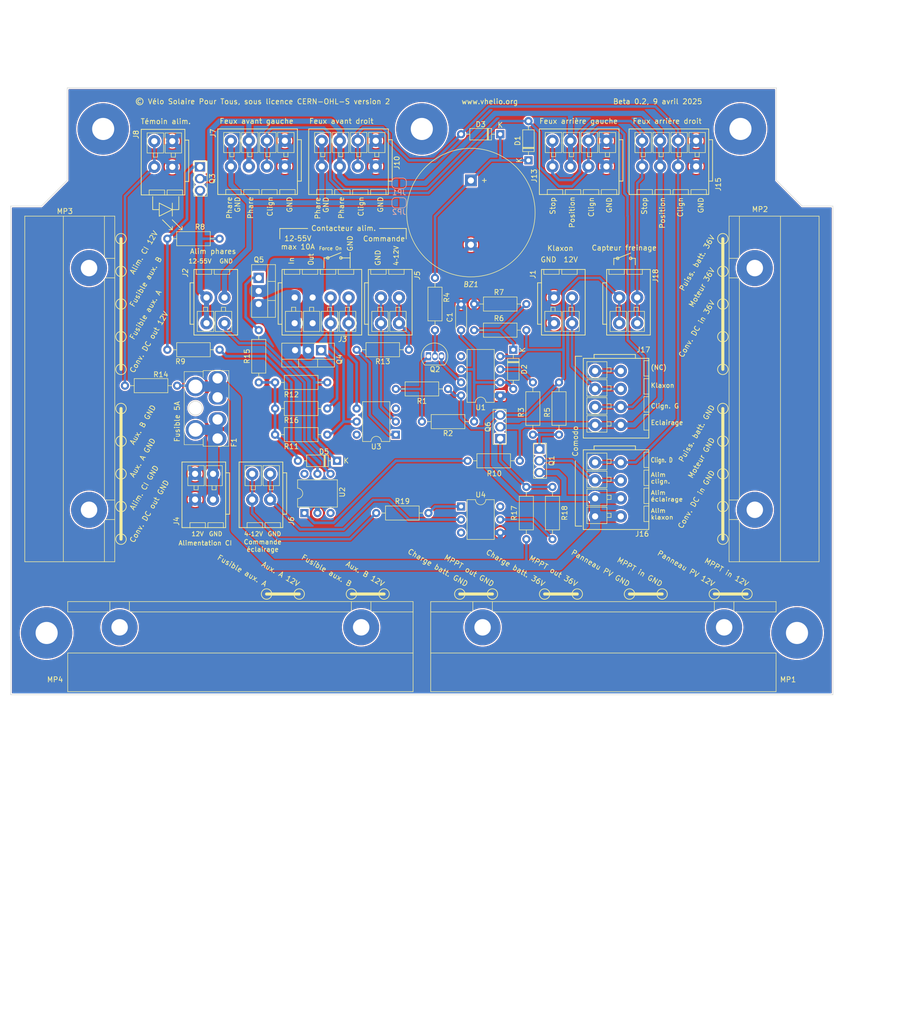
<source format=kicad_pcb>
(kicad_pcb (version 20211014) (generator pcbnew)

  (general
    (thickness 1.6)
  )

  (paper "A4")
  (layers
    (0 "F.Cu" signal)
    (31 "B.Cu" signal)
    (32 "B.Adhes" user "B.Adhesive")
    (33 "F.Adhes" user "F.Adhesive")
    (34 "B.Paste" user)
    (35 "F.Paste" user)
    (36 "B.SilkS" user "B.Silkscreen")
    (37 "F.SilkS" user "F.Silkscreen")
    (38 "B.Mask" user)
    (39 "F.Mask" user)
    (40 "Dwgs.User" user "User.Drawings")
    (41 "Cmts.User" user "User.Comments")
    (42 "Eco1.User" user "User.Eco1")
    (43 "Eco2.User" user "User.Eco2")
    (44 "Edge.Cuts" user)
    (45 "Margin" user)
    (46 "B.CrtYd" user "B.Courtyard")
    (47 "F.CrtYd" user "F.Courtyard")
    (48 "B.Fab" user)
    (49 "F.Fab" user)
    (50 "User.1" user)
    (51 "User.2" user)
    (52 "User.3" user)
    (53 "User.4" user)
    (54 "User.5" user)
    (55 "User.6" user)
    (56 "User.7" user)
    (57 "User.8" user)
    (58 "User.9" user)
  )

  (setup
    (stackup
      (layer "F.SilkS" (type "Top Silk Screen"))
      (layer "F.Paste" (type "Top Solder Paste"))
      (layer "F.Mask" (type "Top Solder Mask") (thickness 0.01))
      (layer "F.Cu" (type "copper") (thickness 0.035))
      (layer "dielectric 1" (type "core") (thickness 1.51) (material "FR4") (epsilon_r 4.5) (loss_tangent 0.02))
      (layer "B.Cu" (type "copper") (thickness 0.035))
      (layer "B.Mask" (type "Bottom Solder Mask") (thickness 0.01))
      (layer "B.Paste" (type "Bottom Solder Paste"))
      (layer "B.SilkS" (type "Bottom Silk Screen"))
      (copper_finish "None")
      (dielectric_constraints no)
    )
    (pad_to_mask_clearance 0)
    (pcbplotparams
      (layerselection 0x00010e0_ffffffff)
      (disableapertmacros false)
      (usegerberextensions false)
      (usegerberattributes true)
      (usegerberadvancedattributes true)
      (creategerberjobfile true)
      (svguseinch false)
      (svgprecision 6)
      (excludeedgelayer true)
      (plotframeref false)
      (viasonmask false)
      (mode 1)
      (useauxorigin false)
      (hpglpennumber 1)
      (hpglpenspeed 20)
      (hpglpendiameter 15.000000)
      (dxfpolygonmode true)
      (dxfimperialunits true)
      (dxfusepcbnewfont true)
      (psnegative false)
      (psa4output false)
      (plotreference true)
      (plotvalue true)
      (plotinvisibletext false)
      (sketchpadsonfab false)
      (subtractmaskfromsilk false)
      (outputformat 1)
      (mirror false)
      (drillshape 0)
      (scaleselection 1)
      (outputdirectory "")
    )
  )

  (net 0 "")
  (net 1 "GND")
  (net 2 "Net-(F1-Pad2)")
  (net 3 "Net-(D1-Pad2)")
  (net 4 "Net-(D3-Pad2)")
  (net 5 "/Phares")
  (net 6 "Net-(J13-Pad4)")
  (net 7 "Net-(J1-Pad2)")
  (net 8 "/Flasher/Out")
  (net 9 "unconnected-(J17-Pad1)")
  (net 10 "/12V_5A")
  (net 11 "/Flasher/Enable")
  (net 12 "/Contacteur Phares/Input")
  (net 13 "/Contacteur Phares/GND")
  (net 14 "/Contacteur Phares/Output")
  (net 15 "Net-(D4-Pad2)")
  (net 16 "/Conv12V_In.Vbatt")
  (net 17 "/Contacteur alim./Input")
  (net 18 "/Contacteur alim./SW_On")
  (net 19 "/Contacteur alim./GND")
  (net 20 "/Contacteur alim./Cmd_GND")
  (net 21 "/Contacteur alim./Cmd_On")
  (net 22 "/Contacteur Eclairage/Cmd_On")
  (net 23 "/Contacteur Eclairage/Cmd_GND")
  (net 24 "Net-(Q4-Pad1)")
  (net 25 "Net-(Q5-Pad1)")
  (net 26 "Net-(C1-Pad1)")
  (net 27 "Net-(D2-Pad1)")
  (net 28 "Net-(D5-Pad2)")
  (net 29 "Net-(Q1-Pad1)")
  (net 30 "Net-(Q2-Pad1)")
  (net 31 "Net-(Q2-Pad2)")
  (net 32 "Net-(Q2-Pad3)")
  (net 33 "Net-(Q3-Pad1)")
  (net 34 "Net-(Q6-Pad1)")
  (net 35 "Net-(R3-Pad1)")
  (net 36 "Net-(R9-Pad2)")
  (net 37 "Net-(R10-Pad1)")
  (net 38 "Net-(R13-Pad1)")
  (net 39 "Net-(R18-Pad2)")
  (net 40 "Net-(R19-Pad1)")
  (net 41 "unconnected-(U1-Pad5)")
  (net 42 "unconnected-(U2-Pad3)")
  (net 43 "unconnected-(U2-Pad6)")
  (net 44 "unconnected-(U3-Pad3)")
  (net 45 "unconnected-(U3-Pad6)")
  (net 46 "unconnected-(U4-Pad3)")
  (net 47 "unconnected-(U4-Pad6)")

  (footprint "circuit:Wago_221-500_SplicingConnectorHolder" (layer "F.Cu") (at 95.25 82.55 90))

  (footprint "circuit:MountingHole_5mm" (layer "F.Cu") (at 87 130))

  (footprint "Resistor_THT:R_Axial_DIN0207_L6.3mm_D2.5mm_P10.16mm_Horizontal" (layer "F.Cu") (at 147.32 74.93))

  (footprint "circuit:Buzzer_25x16_12.5" (layer "F.Cu") (at 169.545 42.01 -90))

  (footprint "Resistor_THT:R_Axial_DIN0207_L6.3mm_D2.5mm_P10.16mm_Horizontal" (layer "F.Cu") (at 185.42 101.6 -90))

  (footprint "Resistor_THT:R_Axial_DIN0207_L6.3mm_D2.5mm_P10.16mm_Horizontal" (layer "F.Cu") (at 180.34 71.12 180))

  (footprint "circuit:TO-220-3_Vertical" (layer "F.Cu") (at 140.415001 75.02 180))

  (footprint "circuit:Generic_FuseHolder_MINI" (layer "F.Cu") (at 120.26 80.485 -90))

  (footprint "Resistor_THT:R_Axial_DIN0207_L6.3mm_D2.5mm_P10.16mm_Horizontal" (layer "F.Cu") (at 165.1 82.55 180))

  (footprint "Package_DIP:DIP-8_W7.62mm" (layer "F.Cu") (at 175.26 83.82 180))

  (footprint "circuit:TerminalBlock_Wago_2601-3102_1x02_P3.50mm_Vertical" (layer "F.Cu") (at 119.38 104.06 180))

  (footprint "Resistor_THT:R_Axial_DIN0207_L6.3mm_D2.5mm_P10.16mm_Horizontal" (layer "F.Cu") (at 160.02 88.9))

  (footprint "Resistor_THT:R_Axial_DIN0207_L6.3mm_D2.5mm_P10.16mm_Horizontal" (layer "F.Cu") (at 168.91 96.52))

  (footprint "circuit:MountingHole_5mm" (layer "F.Cu") (at 98 32))

  (footprint "circuit:TerminalBlock_Wago_2601-3104_1x04_P3.50mm_Vertical" (layer "F.Cu") (at 195.920004 39.29 180))

  (footprint "circuit:TO-251-3_Vertical" (layer "F.Cu") (at 182.88 94.23 -90))

  (footprint "Resistor_THT:R_Axial_DIN0207_L6.3mm_D2.5mm_P10.16mm_Horizontal" (layer "F.Cu") (at 110.49 74.93))

  (footprint "Diode_THT:D_DO-35_SOD27_P7.62mm_Horizontal" (layer "F.Cu") (at 143.51 96.52 180))

  (footprint "circuit:TerminalBlock_Wago_2601-3104_1x04_P3.50mm_Vertical" (layer "F.Cu") (at 213.370004 39.29 180))

  (footprint "circuit:TO-92L_Inline" (layer "F.Cu") (at 161.29 76.2))

  (footprint "circuit:MountingHole_5mm" (layer "F.Cu") (at 222 32))

  (footprint "Resistor_THT:R_Axial_DIN0207_L6.3mm_D2.5mm_P10.16mm_Horizontal" (layer "F.Cu") (at 131.445 86.36))

  (footprint "circuit:TerminalBlock_Wago_2601-3104_1x04_P3.50mm_Vertical" (layer "F.Cu") (at 133.35 39.29 180))

  (footprint "Diode_THT:D_DO-35_SOD27_P7.62mm_Horizontal" (layer "F.Cu") (at 175.26 33.02 180))

  (footprint "Resistor_THT:R_Axial_DIN0207_L6.3mm_D2.5mm_P10.16mm_Horizontal" (layer "F.Cu") (at 102.235 81.915))

  (footprint "Diode_THT:D_DO-35_SOD27_P7.62mm_Horizontal" (layer "F.Cu") (at 177.8 74.93 -90))

  (footprint "Resistor_THT:R_Axial_DIN0207_L6.3mm_D2.5mm_P10.16mm_Horizontal" (layer "F.Cu") (at 181.61 81.28 -90))

  (footprint "Capacitor_THT:C_Disc_D4.3mm_W1.9mm_P5.00mm" (layer "F.Cu") (at 167.64 71.12 90))

  (footprint "Resistor_THT:R_Axial_DIN0207_L6.3mm_D2.5mm_P10.16mm_Horizontal" (layer "F.Cu") (at 162.56 71.12 90))

  (footprint "circuit:TerminalBlock_Wago_2601-3102_1x02_P3.50mm_Vertical" (layer "F.Cu") (at 152.055 64.77))

  (footprint "Diode_THT:D_DO-35_SOD27_P7.62mm_Horizontal" (layer "F.Cu") (at 180.75 38.1 90))

  (footprint "circuit:TerminalBlock_Wago_2601-3104_1x04_P3.50mm_Vertical" (layer "F.Cu") (at 198.7161 96.829996 -90))

  (footprint "circuit:TO-251-3_Vertical" (layer "F.Cu") (at 116.84 39.37 -90))

  (footprint "circuit:TerminalBlock_Wago_2601-3104_1x04_P3.50mm_Vertical" (layer "F.Cu") (at 135.255 64.77))

  (footprint "circuit:Wago_221-500_SplicingConnectorHolder" (layer "F.Cu") (at 224.79 82.55 -90))

  (footprint "Package_DIP:DIP-6_W7.62mm" (layer "F.Cu") (at 154.94 91.44 180))

  (footprint "circuit:MountingHole_5mm" (layer "F.Cu") (at 160 32))

  (footprint "circuit:TerminalBlock_Wago_2601-3102_1x02_P3.50mm_Vertical" (layer "F.Cu")
    (tedit 67E5B582) (tstamp ad280681-52bf-4c8b-ac2c-9709ca177a8f)
    (at 111.450003 39.37 180)
    (tags "Wago 2601-3102")
    (property "Sheetfile" "circuit.kicad_sch")
    (property "Sheetname" "")
    (path "/6e9cd9b5-2cb7-48b8-855f-32619e72c0d6")
    (attr through_hole)
    (fp_text reference "J8" (at 7.056003 5.334 90 unlocked) (layer "F.SilkS")
      (effects (font (size 1 1) (thickness 0.15)) (justify left))
      (tstamp 01e6719e-9dcc-49b4-83bd-29865c70ede1)
    )
    (fp_text value "Conn_Indicateur_Alim" (at 6.35 12.7 180 unlocked) (layer "F.Fab")
      (effects (font (size 1 1) (thickness 0.15)))
      (tstamp 226ba779-52a5-430e-8724-687eedb9994a)
    )
    (fp_text user "${REFERENCE}" (at -2.54 8.89 180 unlocked) (layer "F.Fab")
      (effects (font (size 1 1) (thickness 0.15)) (justify left))
      (tstamp 66b292fe-b076-4a06-a7c0-1ada692a3a1c)
    )
    (fp_line (start 0.200004 2.7) (end 0.200004 1.9) (layer "F.SilkS") (width 0.12) (tstamp 055344df-a143-4136-b771-d336538fb7af))
    (fp_line (start 6.050002 -5.449999) (end 6.050002 7.300001) (layer "F.SilkS") (width 0.1524) (tstamp 0bf7f6d2-f9ad-418f-a859-2bdac7c5ae6a))
    (fp_line (start 1.000004 -4.5) (end -1.999996 -4.5) (layer "F.SilkS") (width 0.12) (tstamp 172a5f2e-4b05-4695-a29c-fa4177c4b3cb))
    (fp_line (start -1.799996 2.7) (end 1.400004 2.7) (layer "F.SilkS") (width 0.12) (tstamp 2bda51c6-7fa4-46ce-ae16-9432d8e95181))
    (fp_line (start -2.449999 -5.449999) (end 6.050002 -5.449999) (layer "F.SilkS") (width 0.1524) (tstamp 2fe5d3e2-bddb-4587-bded-427cfce568b9))
    (fp_line (start -2.449998 -2.849999) (end -3.199999 -2.849999) (layer "F.SilkS") (width 0.1524) (tstamp 37130413-1809-47b9-8303-cea1ae047af6))
    (fp_line (start 1.400004 6.6) (end -1.799996 6.6) (layer "F.SilkS") (width 0.12) (tstamp 3e95dbad-cf0c-49ac-9feb-4e066d548718))
    (fp_line (start 1.500004 -4.5) (end 1.500004 -5.5) (layer "F.SilkS") (width 0.12) (tstamp 447f988c-93f8-4098-90d3-450e5b33e37e))
    (fp_line (start -2.449998 5.2) (end -3.199999 5.2) (layer "F.SilkS") (width 0.1524) (tstamp 480dd182-3993-417f-8df5-e200a1f80d68))
    (fp_line (start 1.700004 2.7) (end 4.900004 2.7) (layer "F.SilkS") (width 0.12) (tstamp 51a339e0-742b-4f55-ac2a-68cbce2af206))
    (fp_line (start 4.500004 -4.5) (end 1.500004 -4.5) (layer "F.SilkS") (width 0.12) (tstamp 5cc9ce62-9d95-47ab-92a1-556a194f8c63))
    (fp_line (start 4.900004 6.6) (end 1.700004 6.6) (layer "F.SilkS") (width 0.12) (tstamp 6b8e3659-a647-4450-8987-9cf793c52fd5))
    (fp_line (start -2.449999 7.300001) (end -2.449999 -5.449999) (layer "F.SilkS") (width 0.1524) (tstamp 6f53efb7-db48-45d9-80c1-507b9960ad08))
    (fp_line (start 3.700004 1.9) (end 2.900004 1.9) (layer "F.SilkS") (width 0.12) (tstamp 84bb1473-531d-4720-ba3b-1fc557b46054))
    (fp_line (start 4.900004 2.7) (end 4.900004 6.6) (layer "F.SilkS") (width 0.12) (tstamp 874081a4-b3f7-4615-9506-53da689e2116))
    (fp_line (start -1.999996 -4.5) (end -1.999996 -5.5) (layer "F.SilkS") (width 0.12) (tstamp 890b243b-b04d-4f29-ab51-41f7ecadcda7))
    (fp_line (start 1.400004 2.7) (end 1.400004 6.6) (layer "F.SilkS") (width 0.12) (tstamp 9a0efaaf-2136-4026-b3c2-edfb6e83a75f))
    (fp_line (start 1.000004 -5.5) (end 1.000004 -4.5) (layer "F.SilkS") (width 0.12) (tstamp aa41a8c3-0e56-44b4-a82b-0213f5a70b0a))
    (fp_line (start 3.700004 2.7) (end 3.700004 1.9) (layer "F.SilkS") (width 0.12) (tstamp c0508555-6424-4fad-9226-ea42a1633de9))
    (fp_line (start 2.900004 1.9) (end 2.900004 2.7) (layer "F.SilkS") (width 0.12) (tstamp c37f20c4-30c5-4386-b6e8-dfff5caa39b4))
    (fp_line (start 4.500004 -5.5) (end 4.500004 -4.5) (layer "F.SilkS") (width 0.12) (tstamp c3a8f970-2a4a-4a9c-b215-e4de5eebaf7d))
    (fp_line (start -1.799996 6.6) (end -1.799996 2.7) (layer "F.SilkS") (width 0.12) (tstamp cf2c6647-6755-4742-aaa1-c5903da09b5e))
    (fp_line (start -2.449999 7.300001) (end 6.050002 7.300001) (layer "F.SilkS") (width 0.1524) (tstamp d52c2de8-ba2b-4089-b214-05a4b7a1c4e9))
    (fp_line (start -3.199999 5.2) (end -3.199999 -2.849999) (layer "F.SilkS") (width 0.1524) (tstamp e7635299-8a9a-43d3-8b3b-95319ccda23b))
    (fp_line (start 0.200004 1.9) (end -0.599996 1.9) (layer "F.SilkS") (width 0.12) (tstamp eaa75a45-f2f9-4305-98ea-dd8a5d8f3404))
    (fp_line (start -0.599996 1.9) (end -0.599996 2.7) (layer "F.SilkS") (width 0.12) (tstamp f1ea6538-b56f-40f6-b846-910db16dc20a))
    (fp_line (start 1.700004 6.6) (end 1.700004 2.7) (layer "F.SilkS") (width 0.12) (tstamp fbb1d5ec-8996-4f56-8e52-da703f4d2e64))
    (fp_line (start -3.453998 7.554001) (end 6.304002 7.554001) (layer "F.CrtYd") (width 0.1524) (tstamp 036dd9cc-d33e-4cbc-95b3-3504fede4aec))
    (fp_line (start 6.304002 7.554001) (end 6.304002 -5.703999) (layer "F.CrtYd") (width 0.1524) (tstamp 2be1ad9c-f5ad-4393-8d1b-255265215f24))
    (fp_line (start 6.304002 -5.703999) (end -3.453998 -5.703999) (layer "F.CrtYd") (width 0.1524) (tstamp 46255798-4fe0-48db-95bb-e8657595928f))
    (fp_line (start -3.453998 -5.703999) (end -3.453998 7.554001) (layer "F.CrtYd") (width 0.1524) (tstamp fad1fd43-7d33-4667-863c-8ca08b2707f7))
    (fp_line (start 1.000004 -13.5) (end -1.999996 -13.5) (layer "F.Fab") (width 0.1) (tstamp 084b8c5d-9271-4ac8-85c9-4061ca2c5241))
    (fp_line (start -1.999996 -13.5) (end -1.999996 -5.5) (layer "F.Fab") (width 0.1) (tstamp 1e9e3dc3-60cb-4dbd-9950-5015d3a5554c))
    (fp_line (start -2.449999 -5.449999) (end 6.05 -5.45) (layer "F.Fab") (width 0.0254) (tstamp 20e0f39f-a516-4513-b954-687df20c7938))
    (fp_line (start 1.500004 -5.5) (end 4.500004 -5.5) (layer "F.Fab") (width 0.1) (tstamp 281e3047-1dee-4c1f-abcc-3ec78c07b9d2))
    (fp_line (start -2.449998 -2.849999) (end -3.199999 -2.849999) (layer "F.Fab") (width 0.0254) (tstamp 2838e18b-615f-4dc1-a560-afebf8a14ac0))
    (fp_line (start 1.500004 -13.5) (end 1.500004 -5.5) (layer "F.Fab") (width 0.1) (tstamp 375a73bc-0e9f-4b07-be05-baa0ea4834df))
    (fp_line (start -2.449999 7.300001) (end 6.05 7.3) (layer "F.Fab") (width 0.0254) (tstamp 47e7736f-c1e0-4e8f-9d69-5a42b72ff067))
    (fp_line (start 4.500004 -13.5) (end 1.500004 -13.5) (layer "F.Fab") (width 0.1) (tstamp 862dc70f-7dc2-4117-aa37-5ef6063c3df4))
    (fp_line (start -1.999996 -5.5) (end 1.000004 -5.5) (layer "F.Fab") (width 0.1) (tstamp a264b89d-0a12-4e75-9c30-5e3d238c19e2))
    (fp_line (start 4.500004 -5.5) (end 4.500004 -13.5) (layer "F.Fab") (width 0.1) (tstamp a57a00d3-d2f9-406e-8339-5cc2aa251b6a))
    (fp_line (start -3.199999 5.2) (end -3.199999 -2.849999) (layer "F.Fab") (width 0.0254) (tstamp c25e5526-d36c-4326-a80b-e065b988306c))
    (fp_line (start 6.05 -5.45) (end 6.05 7.3) (layer "F.Fab") (width 0.0254) (tstamp d70b3483-f6ee-4d0e-af72-efbabafa5502))
    (fp_line (start 1.000004 -5.5) (end 1.000004 -13.5) (layer "F.Fab") (width 0.1) (tstamp db13f834-9398-4491-8f81-d656a6ff9ec3))
    (fp_line (start -2.449998 5.2) (end -3.199999 5.2) (layer "F.Fab") (width 0.0254) (tstamp dca10a6c-b513-45f6-bfa6-c3d42471561a))
    (fp_line (start -2.449999 7.300001) (end -2.449999 -5.449999) (layer "F.Fab") (width 0.0254) (tstamp eb190e03-2594-4691-9d6e-1bfdf1facede))
    (pad "1" thru_hole circle (at 0 5 180) (size 2.4 2.4) (drill 1.2) (layers *.Cu *.Mask)
      (net 1 "GND") (pinfunction "-") (pintype "power_in") (tstamp 10bcd881-4b05-4ea6-bdb8-d4bc42a44033))
    (pad "1" thru_hole circle (at 0 0 180) (size 2.4 2.4) (drill 1.2) (layers *.Cu *.Mask)
      (net 1 "GND") (pinfunction "-") (pintype "power_in") (tstamp 52477310-b288-4772-903b-6aa290fc40f8))
    (pad "2" thru_hole circle (at 3.500003 0 180) (size 2.4 2.4) (drill 1.2) (layers *.Cu *.Mask)
      (net 15 "Net-(D4-Pad2)") (pinfunction "+") (pintype "passive") (tstamp 51b7dceb-af3a-4949-9f3e-1faf1dfec020))
    (pad "2" thru_hole circle (at 3.500003 5 180) (size 2.4 2.4) (drill 1.2) (layers *.Cu *.Mask)
      (net 15 "Net-(D4-Pad2)") (pinfunction "+") (pintype "passive") (tstamp 66700e06-ed6c-471d-ab91-367b8c86d03d))
    (model 
... [1624956 chars truncated]
</source>
